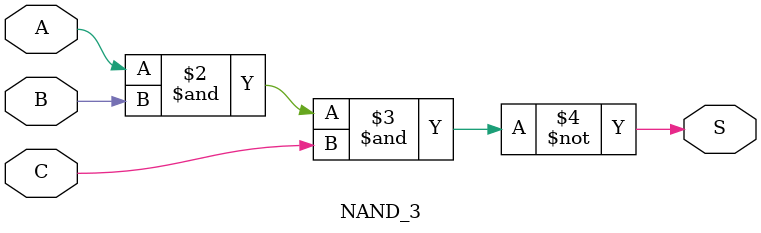
<source format=v>
module NAND_3(S,A,B,C);
	input A,B,C;
	output reg S;
	always @*
		S = ~(A&B&C);
endmodule
</source>
